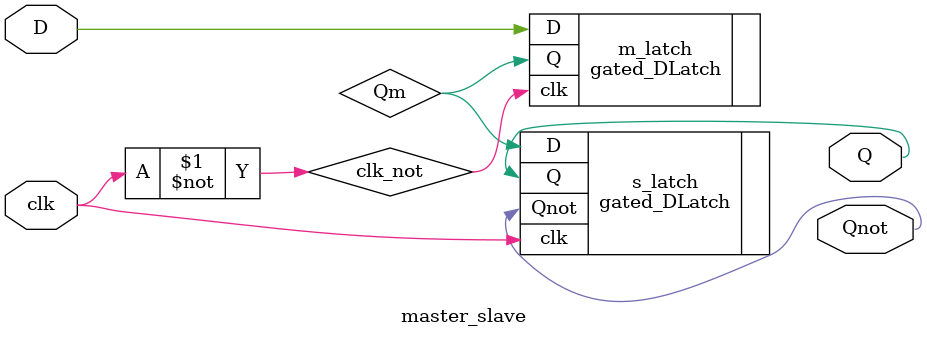
<source format=v>
module master_slave (clk, D, Q, Qnot);
   input  D, clk;
   output Q, Qnot;
   
   wire Qm;
   
   wire clk_not;
   assign clk_not = ~clk;
	
   // You will need to instantiate a few instances of gated_DLatch, 
   // and perhaps assign some intermediate signals
   gated_DLatch m_latch(.clk(clk_not), .D(D), .Q(Qm));
   gated_DLatch s_latch(.clk(clk), .D(Qm), .Q(Q), .Qnot(Qnot));
	
endmodule
</source>
